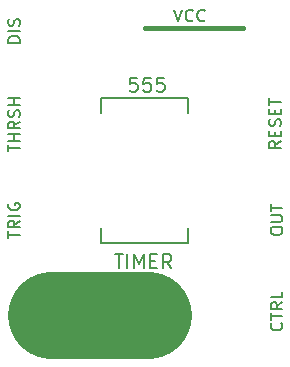
<source format=gto>
%TF.GenerationSoftware,KiCad,Pcbnew,4.0.5-e0-6337~49~ubuntu16.04.1*%
%TF.CreationDate,2017-04-22T09:04:31-07:00*%
%TF.ProjectId,3x4-555-Timer-8DIP-Breakout,3378342D3535352D54696D65722D3844,v1.1*%
%TF.FileFunction,Legend,Top*%
%FSLAX46Y46*%
G04 Gerber Fmt 4.6, Leading zero omitted, Abs format (unit mm)*
G04 Created by KiCad (PCBNEW 4.0.5-e0-6337~49~ubuntu16.04.1) date Sat Apr 22 09:04:31 2017*
%MOMM*%
%LPD*%
G01*
G04 APERTURE LIST*
%ADD10C,0.350000*%
%ADD11C,7.400000*%
%ADD12C,0.150000*%
%ADD13C,0.406400*%
%ADD14C,0.200000*%
%ADD15O,1.752400X1.752400*%
G04 APERTURE END LIST*
D10*
D11*
X5936480Y-74277760D02*
X14186480Y-74277760D01*
D12*
X10198480Y-55982760D02*
X10198480Y-57252760D01*
X17548480Y-55982760D02*
X17548480Y-57252760D01*
X17548480Y-68192760D02*
X17548480Y-66922760D01*
X10198480Y-68192760D02*
X10198480Y-66922760D01*
X10198480Y-55982760D02*
X17548480Y-55982760D01*
X10198480Y-68192760D02*
X17548480Y-68192760D01*
D13*
X13936480Y-50027760D02*
X22186480Y-50027760D01*
D14*
X11353337Y-69175617D02*
X12039051Y-69175617D01*
X11696194Y-70375617D02*
X11696194Y-69175617D01*
X12439051Y-70375617D02*
X12439051Y-69175617D01*
X13010480Y-70375617D02*
X13010480Y-69175617D01*
X13410480Y-70032760D01*
X13810480Y-69175617D01*
X13810480Y-70375617D01*
X14381909Y-69747046D02*
X14781909Y-69747046D01*
X14953338Y-70375617D02*
X14381909Y-70375617D01*
X14381909Y-69175617D01*
X14953338Y-69175617D01*
X16153338Y-70375617D02*
X15753338Y-69804189D01*
X15467623Y-70375617D02*
X15467623Y-69175617D01*
X15924766Y-69175617D01*
X16039052Y-69232760D01*
X16096195Y-69289903D01*
X16153338Y-69404189D01*
X16153338Y-69575617D01*
X16096195Y-69689903D01*
X16039052Y-69747046D01*
X15924766Y-69804189D01*
X15467623Y-69804189D01*
D12*
X3340861Y-51250950D02*
X2340861Y-51250950D01*
X2340861Y-51012855D01*
X2388480Y-50869997D01*
X2483718Y-50774759D01*
X2578956Y-50727140D01*
X2769432Y-50679521D01*
X2912290Y-50679521D01*
X3102766Y-50727140D01*
X3198004Y-50774759D01*
X3293242Y-50869997D01*
X3340861Y-51012855D01*
X3340861Y-51250950D01*
X3340861Y-50250950D02*
X2340861Y-50250950D01*
X3293242Y-49822379D02*
X3340861Y-49679522D01*
X3340861Y-49441426D01*
X3293242Y-49346188D01*
X3245623Y-49298569D01*
X3150385Y-49250950D01*
X3055147Y-49250950D01*
X2959909Y-49298569D01*
X2912290Y-49346188D01*
X2864670Y-49441426D01*
X2817051Y-49631903D01*
X2769432Y-49727141D01*
X2721813Y-49774760D01*
X2626575Y-49822379D01*
X2531337Y-49822379D01*
X2436099Y-49774760D01*
X2388480Y-49727141D01*
X2340861Y-49631903D01*
X2340861Y-49393807D01*
X2388480Y-49250950D01*
X16414147Y-48457141D02*
X16747480Y-49457141D01*
X17080814Y-48457141D01*
X17985576Y-49361903D02*
X17937957Y-49409522D01*
X17795100Y-49457141D01*
X17699862Y-49457141D01*
X17557004Y-49409522D01*
X17461766Y-49314284D01*
X17414147Y-49219046D01*
X17366528Y-49028570D01*
X17366528Y-48885712D01*
X17414147Y-48695236D01*
X17461766Y-48599998D01*
X17557004Y-48504760D01*
X17699862Y-48457141D01*
X17795100Y-48457141D01*
X17937957Y-48504760D01*
X17985576Y-48552379D01*
X18985576Y-49361903D02*
X18937957Y-49409522D01*
X18795100Y-49457141D01*
X18699862Y-49457141D01*
X18557004Y-49409522D01*
X18461766Y-49314284D01*
X18414147Y-49219046D01*
X18366528Y-49028570D01*
X18366528Y-48885712D01*
X18414147Y-48695236D01*
X18461766Y-48599998D01*
X18557004Y-48504760D01*
X18699862Y-48457141D01*
X18795100Y-48457141D01*
X18937957Y-48504760D01*
X18985576Y-48552379D01*
X25438861Y-59601141D02*
X24962670Y-59934475D01*
X25438861Y-60172570D02*
X24438861Y-60172570D01*
X24438861Y-59791617D01*
X24486480Y-59696379D01*
X24534099Y-59648760D01*
X24629337Y-59601141D01*
X24772194Y-59601141D01*
X24867432Y-59648760D01*
X24915051Y-59696379D01*
X24962670Y-59791617D01*
X24962670Y-60172570D01*
X24915051Y-59172570D02*
X24915051Y-58839236D01*
X25438861Y-58696379D02*
X25438861Y-59172570D01*
X24438861Y-59172570D01*
X24438861Y-58696379D01*
X25391242Y-58315427D02*
X25438861Y-58172570D01*
X25438861Y-57934474D01*
X25391242Y-57839236D01*
X25343623Y-57791617D01*
X25248385Y-57743998D01*
X25153147Y-57743998D01*
X25057909Y-57791617D01*
X25010290Y-57839236D01*
X24962670Y-57934474D01*
X24915051Y-58124951D01*
X24867432Y-58220189D01*
X24819813Y-58267808D01*
X24724575Y-58315427D01*
X24629337Y-58315427D01*
X24534099Y-58267808D01*
X24486480Y-58220189D01*
X24438861Y-58124951D01*
X24438861Y-57886855D01*
X24486480Y-57743998D01*
X24915051Y-57315427D02*
X24915051Y-56982093D01*
X25438861Y-56839236D02*
X25438861Y-57315427D01*
X24438861Y-57315427D01*
X24438861Y-56839236D01*
X24438861Y-56553522D02*
X24438861Y-55982093D01*
X25438861Y-56267808D02*
X24438861Y-56267808D01*
X24565861Y-67276760D02*
X24565861Y-67086283D01*
X24613480Y-66991045D01*
X24708718Y-66895807D01*
X24899194Y-66848188D01*
X25232528Y-66848188D01*
X25423004Y-66895807D01*
X25518242Y-66991045D01*
X25565861Y-67086283D01*
X25565861Y-67276760D01*
X25518242Y-67371998D01*
X25423004Y-67467236D01*
X25232528Y-67514855D01*
X24899194Y-67514855D01*
X24708718Y-67467236D01*
X24613480Y-67371998D01*
X24565861Y-67276760D01*
X24565861Y-66419617D02*
X25375385Y-66419617D01*
X25470623Y-66371998D01*
X25518242Y-66324379D01*
X25565861Y-66229141D01*
X25565861Y-66038664D01*
X25518242Y-65943426D01*
X25470623Y-65895807D01*
X25375385Y-65848188D01*
X24565861Y-65848188D01*
X24565861Y-65514855D02*
X24565861Y-64943426D01*
X25565861Y-65229141D02*
X24565861Y-65229141D01*
X25470623Y-74999950D02*
X25518242Y-75047569D01*
X25565861Y-75190426D01*
X25565861Y-75285664D01*
X25518242Y-75428522D01*
X25423004Y-75523760D01*
X25327766Y-75571379D01*
X25137290Y-75618998D01*
X24994432Y-75618998D01*
X24803956Y-75571379D01*
X24708718Y-75523760D01*
X24613480Y-75428522D01*
X24565861Y-75285664D01*
X24565861Y-75190426D01*
X24613480Y-75047569D01*
X24661099Y-74999950D01*
X24565861Y-74714236D02*
X24565861Y-74142807D01*
X25565861Y-74428522D02*
X24565861Y-74428522D01*
X25565861Y-73238045D02*
X25089670Y-73571379D01*
X25565861Y-73809474D02*
X24565861Y-73809474D01*
X24565861Y-73428521D01*
X24613480Y-73333283D01*
X24661099Y-73285664D01*
X24756337Y-73238045D01*
X24899194Y-73238045D01*
X24994432Y-73285664D01*
X25042051Y-73333283D01*
X25089670Y-73428521D01*
X25089670Y-73809474D01*
X25565861Y-72333283D02*
X25565861Y-72809474D01*
X24565861Y-72809474D01*
X10126957Y-75790674D02*
X10126957Y-76457341D01*
X9888861Y-75409722D02*
X9650766Y-76124008D01*
X10269814Y-76124008D01*
X2340861Y-60458284D02*
X2340861Y-59886855D01*
X3340861Y-60172570D02*
X2340861Y-60172570D01*
X3340861Y-59553522D02*
X2340861Y-59553522D01*
X2817051Y-59553522D02*
X2817051Y-58982093D01*
X3340861Y-58982093D02*
X2340861Y-58982093D01*
X3340861Y-57934474D02*
X2864670Y-58267808D01*
X3340861Y-58505903D02*
X2340861Y-58505903D01*
X2340861Y-58124950D01*
X2388480Y-58029712D01*
X2436099Y-57982093D01*
X2531337Y-57934474D01*
X2674194Y-57934474D01*
X2769432Y-57982093D01*
X2817051Y-58029712D01*
X2864670Y-58124950D01*
X2864670Y-58505903D01*
X3293242Y-57553522D02*
X3340861Y-57410665D01*
X3340861Y-57172569D01*
X3293242Y-57077331D01*
X3245623Y-57029712D01*
X3150385Y-56982093D01*
X3055147Y-56982093D01*
X2959909Y-57029712D01*
X2912290Y-57077331D01*
X2864670Y-57172569D01*
X2817051Y-57363046D01*
X2769432Y-57458284D01*
X2721813Y-57505903D01*
X2626575Y-57553522D01*
X2531337Y-57553522D01*
X2436099Y-57505903D01*
X2388480Y-57458284D01*
X2340861Y-57363046D01*
X2340861Y-57124950D01*
X2388480Y-56982093D01*
X3340861Y-56553522D02*
X2340861Y-56553522D01*
X2817051Y-56553522D02*
X2817051Y-55982093D01*
X3340861Y-55982093D02*
X2340861Y-55982093D01*
X2340861Y-67800569D02*
X2340861Y-67229140D01*
X3340861Y-67514855D02*
X2340861Y-67514855D01*
X3340861Y-66324378D02*
X2864670Y-66657712D01*
X3340861Y-66895807D02*
X2340861Y-66895807D01*
X2340861Y-66514854D01*
X2388480Y-66419616D01*
X2436099Y-66371997D01*
X2531337Y-66324378D01*
X2674194Y-66324378D01*
X2769432Y-66371997D01*
X2817051Y-66419616D01*
X2864670Y-66514854D01*
X2864670Y-66895807D01*
X3340861Y-65895807D02*
X2340861Y-65895807D01*
X2388480Y-64895807D02*
X2340861Y-64991045D01*
X2340861Y-65133902D01*
X2388480Y-65276760D01*
X2483718Y-65371998D01*
X2578956Y-65419617D01*
X2769432Y-65467236D01*
X2912290Y-65467236D01*
X3102766Y-65419617D01*
X3198004Y-65371998D01*
X3293242Y-65276760D01*
X3340861Y-65133902D01*
X3340861Y-65038664D01*
X3293242Y-64895807D01*
X3245623Y-64848188D01*
X2912290Y-64848188D01*
X2912290Y-65038664D01*
D14*
X13256138Y-54209937D02*
X12684709Y-54209937D01*
X12627566Y-54781366D01*
X12684709Y-54724223D01*
X12798995Y-54667080D01*
X13084709Y-54667080D01*
X13198995Y-54724223D01*
X13256138Y-54781366D01*
X13313281Y-54895651D01*
X13313281Y-55181366D01*
X13256138Y-55295651D01*
X13198995Y-55352794D01*
X13084709Y-55409937D01*
X12798995Y-55409937D01*
X12684709Y-55352794D01*
X12627566Y-55295651D01*
X14398995Y-54209937D02*
X13827566Y-54209937D01*
X13770423Y-54781366D01*
X13827566Y-54724223D01*
X13941852Y-54667080D01*
X14227566Y-54667080D01*
X14341852Y-54724223D01*
X14398995Y-54781366D01*
X14456138Y-54895651D01*
X14456138Y-55181366D01*
X14398995Y-55295651D01*
X14341852Y-55352794D01*
X14227566Y-55409937D01*
X13941852Y-55409937D01*
X13827566Y-55352794D01*
X13770423Y-55295651D01*
X15541852Y-54209937D02*
X14970423Y-54209937D01*
X14913280Y-54781366D01*
X14970423Y-54724223D01*
X15084709Y-54667080D01*
X15370423Y-54667080D01*
X15484709Y-54724223D01*
X15541852Y-54781366D01*
X15598995Y-54895651D01*
X15598995Y-55181366D01*
X15541852Y-55295651D01*
X15484709Y-55352794D01*
X15370423Y-55409937D01*
X15084709Y-55409937D01*
X14970423Y-55352794D01*
X14913280Y-55295651D01*
%LPC*%
D15*
X10063480Y-58277760D03*
X10063480Y-60817760D03*
X10063480Y-63357760D03*
X10063480Y-65897760D03*
X17683480Y-65897760D03*
X17683480Y-63357760D03*
X17683480Y-60817760D03*
X17683480Y-58277760D03*
M02*

</source>
